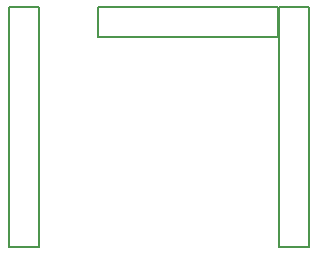
<source format=gbo>
%TF.GenerationSoftware,Altium Limited,Altium Designer,23.2.1 (34)*%
G04 Layer_Color=32896*
%FSLAX45Y45*%
%MOMM*%
%TF.SameCoordinates,A812FC76-EFF7-42A6-A9F1-56CA2D28D9A5*%
%TF.FilePolarity,Positive*%
%TF.FileFunction,Legend,Bot*%
%TF.Part,Single*%
G01*
G75*
%TA.AperFunction,NonConductor*%
%ADD41C,0.20000*%
D41*
X2336800Y-2032000D02*
X2590800D01*
X2336800Y0D02*
X2590800D01*
Y-2032000D02*
Y0D01*
X2336800Y-2032000D02*
Y0D01*
X50800Y-2032000D02*
X304800D01*
X50800Y0D02*
X304800D01*
Y-2032000D02*
Y0D01*
X50800Y-2032000D02*
Y0D01*
X2334260Y-254000D02*
Y0D01*
X810260D02*
X2334260D01*
X810260Y-254000D02*
X2334260D01*
X810260D02*
Y0D01*
%TF.MD5,5d208e7f4106bb4e6b9ebaf15ca7053e*%
M02*

</source>
